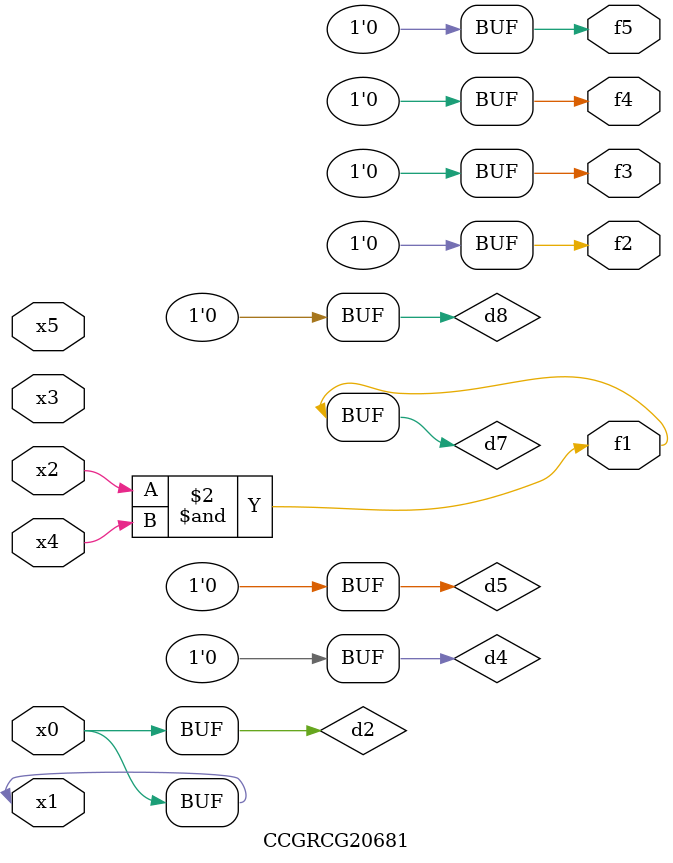
<source format=v>
module CCGRCG20681(
	input x0, x1, x2, x3, x4, x5,
	output f1, f2, f3, f4, f5
);

	wire d1, d2, d3, d4, d5, d6, d7, d8, d9;

	nand (d1, x1);
	buf (d2, x0, x1);
	nand (d3, x2, x4);
	and (d4, d1, d2);
	and (d5, d1, d2);
	nand (d6, d1, d3);
	not (d7, d3);
	xor (d8, d5);
	nor (d9, d5, d6);
	assign f1 = d7;
	assign f2 = d8;
	assign f3 = d8;
	assign f4 = d8;
	assign f5 = d8;
endmodule

</source>
